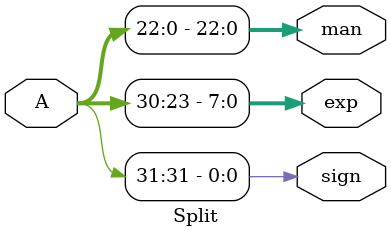
<source format=v>
module Split(input [31:0]A, output sign, output [7:0]exp, output [22:0]man);
    assign sign = A[31];
    assign exp = A [30:23];
    assign man = A[22:0];
endmodule


</source>
